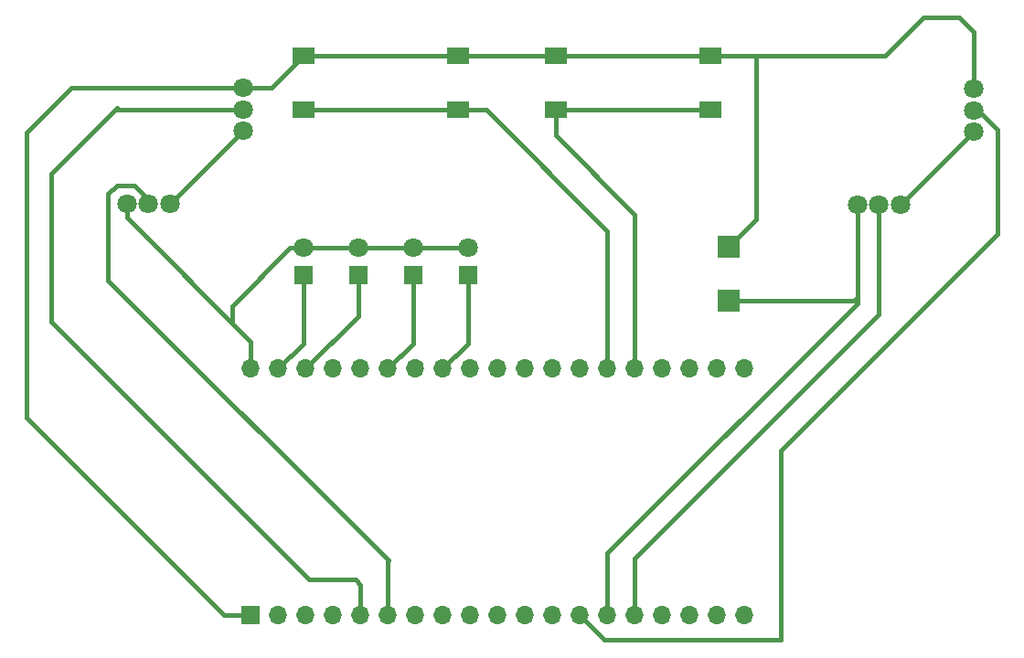
<source format=gbr>
%TF.GenerationSoftware,KiCad,Pcbnew,8.0.3*%
%TF.CreationDate,2024-08-21T11:04:36-06:00*%
%TF.ProjectId,controller,636f6e74-726f-46c6-9c65-722e6b696361,rev?*%
%TF.SameCoordinates,Original*%
%TF.FileFunction,Copper,L2,Bot*%
%TF.FilePolarity,Positive*%
%FSLAX46Y46*%
G04 Gerber Fmt 4.6, Leading zero omitted, Abs format (unit mm)*
G04 Created by KiCad (PCBNEW 8.0.3) date 2024-08-21 11:04:36*
%MOMM*%
%LPD*%
G01*
G04 APERTURE LIST*
G04 Aperture macros list*
%AMOutline4P*
0 Free polygon, 4 corners , with rotation*
0 The origin of the aperture is its center*
0 number of corners: always 4*
0 $1 to $8 corner X, Y*
0 $9 Rotation angle, in degrees counterclockwise*
0 create outline with 4 corners*
4,1,4,$1,$2,$3,$4,$5,$6,$7,$8,$1,$2,$9*%
G04 Aperture macros list end*
%TA.AperFunction,ComponentPad*%
%ADD10R,1.800000X1.800000*%
%TD*%
%TA.AperFunction,ComponentPad*%
%ADD11C,1.800000*%
%TD*%
%TA.AperFunction,ComponentPad*%
%ADD12R,1.700000X1.700000*%
%TD*%
%TA.AperFunction,ComponentPad*%
%ADD13O,1.700000X1.700000*%
%TD*%
%TA.AperFunction,ComponentPad*%
%ADD14Outline4P,-1.000000X-1.000000X1.000000X-1.000000X1.000000X1.000000X-1.000000X1.000000X270.000000*%
%TD*%
%TA.AperFunction,SMDPad,CuDef*%
%ADD15R,2.000000X1.500000*%
%TD*%
%TA.AperFunction,Conductor*%
%ADD16C,0.406400*%
%TD*%
G04 APERTURE END LIST*
D10*
%TO.P,D1,1,K*%
%TO.N,Net-(D1-K)*%
X104394000Y-80010000D03*
D11*
%TO.P,D1,2,A*%
%TO.N,Net-(D1-A)*%
X104394000Y-77470000D03*
%TD*%
D12*
%TO.P,U3,1,3V3*%
%TO.N,Net-(J1-Pin_2)*%
X99515560Y-111504161D03*
D13*
%TO.P,U3,2,EN*%
%TO.N,unconnected-(U3-EN-Pad2)*%
X102055560Y-111504161D03*
%TO.P,U3,3,SVP*%
%TO.N,unconnected-(U3-SVP-Pad3)*%
X104595560Y-111504161D03*
%TO.P,U3,4,SVN*%
%TO.N,unconnected-(U3-SVN-Pad4)*%
X107135560Y-111504161D03*
%TO.P,U3,5,P34*%
%TO.N,Net-(U3-P34)*%
X109675560Y-111504161D03*
%TO.P,U3,6,P35*%
%TO.N,Net-(U3-P35)*%
X112215560Y-111504161D03*
%TO.P,U3,7,P32*%
%TO.N,unconnected-(U3-P32-Pad7)*%
X114755560Y-111504161D03*
%TO.P,U3,8,P33*%
%TO.N,unconnected-(U3-P33-Pad8)*%
X117295560Y-111504161D03*
%TO.P,U3,9,P25*%
%TO.N,unconnected-(U3-P25-Pad9)*%
X119835560Y-111504161D03*
%TO.P,U3,10,P26*%
%TO.N,unconnected-(U3-P26-Pad10)*%
X122375560Y-111504161D03*
%TO.P,U3,11,P27*%
%TO.N,unconnected-(U3-P27-Pad11)*%
X124915560Y-111504161D03*
%TO.P,U3,12,P14*%
%TO.N,unconnected-(U3-P14-Pad12)*%
X127455560Y-111504161D03*
%TO.P,U3,13,P12*%
%TO.N,Net-(U3-P12)*%
X129995560Y-111504161D03*
%TO.P,U3,14,GND*%
%TO.N,Net-(D1-A)*%
X132535560Y-111504161D03*
%TO.P,U3,15,P13*%
%TO.N,Net-(U3-P13)*%
X135075560Y-111504161D03*
%TO.P,U3,16,SD2*%
%TO.N,unconnected-(U3-SD2-Pad16)*%
X137615560Y-111504161D03*
%TO.P,U3,17,SD3*%
%TO.N,unconnected-(U3-SD3-Pad17)*%
X140155560Y-111504161D03*
%TO.P,U3,18,CMD*%
%TO.N,unconnected-(U3-CMD-Pad18)*%
X142695560Y-111504161D03*
%TO.P,U3,19,5V*%
%TO.N,unconnected-(U3-5V-Pad19)*%
X145235560Y-111504161D03*
%TO.P,U3,20,GND*%
%TO.N,Net-(D1-A)*%
X99512840Y-88644161D03*
%TO.P,U3,21,P23*%
%TO.N,Net-(D1-K)*%
X102052840Y-88644161D03*
%TO.P,U3,22,P22*%
%TO.N,Net-(D2-K)*%
X104592840Y-88644161D03*
%TO.P,U3,23,TX*%
%TO.N,unconnected-(U3-TX-Pad23)*%
X107132840Y-88644161D03*
%TO.P,U3,24,RX*%
%TO.N,unconnected-(U3-RX-Pad24)*%
X109672840Y-88644161D03*
%TO.P,U3,25,P21*%
%TO.N,Net-(D3-K)*%
X112212840Y-88644161D03*
%TO.P,U3,26,GND*%
%TO.N,Net-(D1-A)*%
X114752840Y-88644161D03*
%TO.P,U3,27,P19*%
%TO.N,Net-(D4-K)*%
X117292840Y-88644161D03*
%TO.P,U3,28,P18*%
%TO.N,unconnected-(U3-P18-Pad28)*%
X119832840Y-88644161D03*
%TO.P,U3,29,P5*%
%TO.N,unconnected-(U3-P5-Pad29)*%
X122372840Y-88644161D03*
%TO.P,U3,30,P17*%
%TO.N,unconnected-(U3-P17-Pad30)*%
X124912840Y-88644161D03*
%TO.P,U3,31,P16*%
%TO.N,unconnected-(U3-P16-Pad31)*%
X127452840Y-88644161D03*
%TO.P,U3,32,P4*%
%TO.N,unconnected-(U3-P4-Pad32)*%
X129992840Y-88644161D03*
%TO.P,U3,33,P0*%
%TO.N,Net-(U3-P0)*%
X132532840Y-88644161D03*
%TO.P,U3,34,P2*%
%TO.N,Net-(U3-P2)*%
X135072840Y-88644161D03*
%TO.P,U3,35,P15*%
%TO.N,unconnected-(U3-P15-Pad35)*%
X137612840Y-88644161D03*
%TO.P,U3,36,SD1*%
%TO.N,unconnected-(U3-SD1-Pad36)*%
X140152840Y-88644161D03*
%TO.P,U3,37,SD0*%
%TO.N,unconnected-(U3-SD0-Pad37)*%
X142692840Y-88644161D03*
%TO.P,U3,38,CLK*%
%TO.N,unconnected-(U3-CLK-Pad38)*%
X145232840Y-88644161D03*
%TD*%
D14*
%TO.P,J1,1,Pin_1*%
%TO.N,Net-(D1-A)*%
X143793000Y-82356000D03*
%TO.P,J1,2,Pin_2*%
%TO.N,Net-(J1-Pin_2)*%
X143793000Y-77356000D03*
%TD*%
D10*
%TO.P,D4,1,K*%
%TO.N,Net-(D4-K)*%
X119634000Y-80010000D03*
D11*
%TO.P,D4,2,A*%
%TO.N,Net-(D1-A)*%
X119634000Y-77470000D03*
%TD*%
D10*
%TO.P,D2,1,K*%
%TO.N,Net-(D2-K)*%
X109474000Y-80010000D03*
D11*
%TO.P,D2,2,A*%
%TO.N,Net-(D1-A)*%
X109474000Y-77470000D03*
%TD*%
%TO.P,U1,1,VIN*%
%TO.N,Net-(J1-Pin_2)*%
X98780000Y-62630000D03*
%TO.P,U1,2,VOUT*%
%TO.N,Net-(U3-P34)*%
X98780000Y-64630000D03*
%TO.P,U1,3,GND*%
%TO.N,Net-(U1-GND-Pad3)*%
X98780000Y-66630000D03*
%TO.P,U1,4,VIN*%
X92030000Y-73380000D03*
%TO.P,U1,5,VOUT*%
%TO.N,Net-(U3-P35)*%
X90030000Y-73380000D03*
%TO.P,U1,6,GND*%
%TO.N,Net-(D1-A)*%
X88030000Y-73380000D03*
%TD*%
D10*
%TO.P,D3,1,K*%
%TO.N,Net-(D3-K)*%
X114554000Y-80010000D03*
D11*
%TO.P,D3,2,A*%
%TO.N,Net-(D1-A)*%
X114554000Y-77470000D03*
%TD*%
%TO.P,U2,1,VIN*%
%TO.N,Net-(J1-Pin_2)*%
X166413000Y-62699000D03*
%TO.P,U2,2,VOUT*%
%TO.N,Net-(U3-P12)*%
X166413000Y-64699000D03*
%TO.P,U2,3,GND*%
%TO.N,Net-(U2-GND-Pad3)*%
X166413000Y-66699000D03*
%TO.P,U2,4,VIN*%
X159663000Y-73449000D03*
%TO.P,U2,5,VOUT*%
%TO.N,Net-(U3-P13)*%
X157663000Y-73449000D03*
%TO.P,U2,6,GND*%
%TO.N,Net-(D1-A)*%
X155663000Y-73449000D03*
%TD*%
D15*
%TO.P,SW2,1,1*%
%TO.N,Net-(U3-P0)*%
X104356000Y-64658000D03*
X118656000Y-64658000D03*
%TO.P,SW2,2,2*%
%TO.N,Net-(J1-Pin_2)*%
X104356000Y-59658000D03*
X118656000Y-59658000D03*
%TD*%
%TO.P,SW1,1,1*%
%TO.N,Net-(U3-P2)*%
X127724000Y-64658000D03*
X142024000Y-64658000D03*
%TO.P,SW1,2,2*%
%TO.N,Net-(J1-Pin_2)*%
X127724000Y-59658000D03*
X142024000Y-59658000D03*
%TD*%
D16*
%TO.N,Net-(U3-P12)*%
X148590000Y-96266000D02*
X148590000Y-113792000D01*
X168656000Y-76200000D02*
X148590000Y-96266000D01*
X166871187Y-64699000D02*
X168656000Y-66483813D01*
X132283399Y-113792000D02*
X129995560Y-111504161D01*
X166413000Y-64699000D02*
X166871187Y-64699000D01*
X168656000Y-66483813D02*
X168656000Y-76200000D01*
X148590000Y-113792000D02*
X132283399Y-113792000D01*
%TO.N,Net-(U3-P13)*%
X135075560Y-106224440D02*
X135075560Y-111504161D01*
X157663000Y-83637000D02*
X135075560Y-106224440D01*
X157663000Y-73449000D02*
X157663000Y-83637000D01*
%TO.N,Net-(U3-P0)*%
X132532840Y-88644161D02*
X132532840Y-75890840D01*
X132532840Y-75890840D02*
X121300000Y-64658000D01*
X121300000Y-64658000D02*
X118656000Y-64658000D01*
X118656000Y-64658000D02*
X104356000Y-64658000D01*
%TO.N,Net-(U3-P2)*%
X135072840Y-74366840D02*
X135072840Y-88644161D01*
X127724000Y-64658000D02*
X127724000Y-67018000D01*
X142024000Y-64658000D02*
X127724000Y-64658000D01*
X127724000Y-67018000D02*
X135072840Y-74366840D01*
%TO.N,Net-(U1-GND-Pad3)*%
X92030000Y-73380000D02*
X98780000Y-66630000D01*
%TO.N,Net-(U2-GND-Pad3)*%
X166413000Y-66699000D02*
X159663000Y-73449000D01*
%TO.N,Net-(U3-P35)*%
X86291800Y-80449800D02*
X112268000Y-106426000D01*
X90030000Y-73380000D02*
X90030000Y-72921813D01*
X88749987Y-71641800D02*
X87108200Y-71641800D01*
X112215560Y-106478440D02*
X112268000Y-106426000D01*
X86291800Y-72458200D02*
X86291800Y-80449800D01*
X87108200Y-71641800D02*
X86291800Y-72458200D01*
X90030000Y-72921813D02*
X88749987Y-71641800D01*
X112215560Y-111504161D02*
X112215560Y-106478440D01*
%TO.N,Net-(U3-P34)*%
X109675560Y-108659560D02*
X109675560Y-111504161D01*
X98780000Y-64630000D02*
X87236000Y-64630000D01*
X81026000Y-70612000D02*
X81026000Y-84328000D01*
X81026000Y-84328000D02*
X104902000Y-108204000D01*
X87236000Y-64630000D02*
X87122000Y-64516000D01*
X109220000Y-108204000D02*
X109675560Y-108659560D01*
X87122000Y-64516000D02*
X81026000Y-70612000D01*
X104902000Y-108204000D02*
X109220000Y-108204000D01*
%TO.N,Net-(D1-A)*%
X104394000Y-77470000D02*
X103121208Y-77470000D01*
X155663000Y-82589000D02*
X132535560Y-105716440D01*
X88030000Y-73380000D02*
X88030000Y-74652792D01*
X115216000Y-88181001D02*
X114752840Y-88644161D01*
X155663000Y-82042000D02*
X155663000Y-82589000D01*
X143793000Y-82356000D02*
X155349000Y-82356000D01*
X103121208Y-77470000D02*
X97747604Y-82843604D01*
X114554000Y-77470000D02*
X119634000Y-77470000D01*
X99512840Y-86135632D02*
X99512840Y-88644161D01*
X155663000Y-73449000D02*
X155663000Y-82042000D01*
X109474000Y-77470000D02*
X114554000Y-77470000D01*
X104394000Y-77470000D02*
X109474000Y-77470000D01*
X155349000Y-82356000D02*
X155663000Y-82042000D01*
X88030000Y-74652792D02*
X99512840Y-86135632D01*
X97747604Y-82843604D02*
X97747604Y-84370396D01*
X132535560Y-105716440D02*
X132535560Y-111504161D01*
%TO.N,Net-(D1-K)*%
X104394000Y-80010000D02*
X104394000Y-86303001D01*
X104394000Y-86303001D02*
X102052840Y-88644161D01*
%TO.N,Net-(J1-Pin_2)*%
X97026161Y-111504161D02*
X99515560Y-111504161D01*
X104356000Y-59658000D02*
X118656000Y-59658000D01*
X78740000Y-93218000D02*
X97026161Y-111504161D01*
X118656000Y-59658000D02*
X127724000Y-59658000D01*
X146304000Y-59658000D02*
X146304000Y-74845000D01*
X127724000Y-59658000D02*
X142024000Y-59658000D01*
X142024000Y-59658000D02*
X145796000Y-59658000D01*
X82912000Y-62630000D02*
X78740000Y-66802000D01*
X158274000Y-59658000D02*
X161798000Y-56134000D01*
X165100000Y-56134000D02*
X166413000Y-57447000D01*
X78740000Y-66802000D02*
X78740000Y-93218000D01*
X166413000Y-57447000D02*
X166413000Y-62699000D01*
X145796000Y-59658000D02*
X146304000Y-59658000D01*
X101384000Y-62630000D02*
X104356000Y-59658000D01*
X98780000Y-62630000D02*
X82912000Y-62630000D01*
X146304000Y-59658000D02*
X158274000Y-59658000D01*
X98780000Y-62630000D02*
X101384000Y-62630000D01*
X161798000Y-56134000D02*
X165100000Y-56134000D01*
X146304000Y-74845000D02*
X143793000Y-77356000D01*
%TO.N,Net-(D2-K)*%
X109474000Y-83763001D02*
X104592840Y-88644161D01*
X109474000Y-80010000D02*
X109474000Y-83763001D01*
%TO.N,Net-(D3-K)*%
X114554000Y-80010000D02*
X114554000Y-86303001D01*
X114554000Y-86303001D02*
X112212840Y-88644161D01*
%TO.N,Net-(D4-K)*%
X119634000Y-86303001D02*
X117292840Y-88644161D01*
X119634000Y-80010000D02*
X119634000Y-86303001D01*
%TD*%
M02*

</source>
